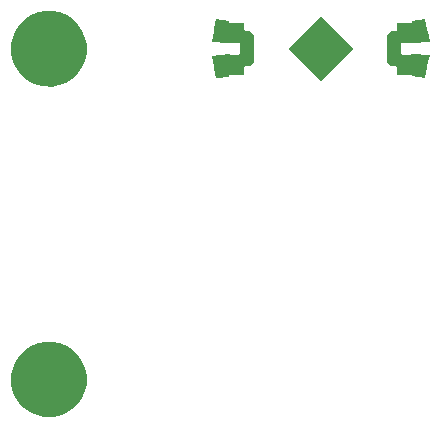
<source format=gbr>
G04 #@! TF.FileFunction,Soldermask,Top*
%FSLAX46Y46*%
G04 Gerber Fmt 4.6, Leading zero omitted, Abs format (unit mm)*
G04 Created by KiCad (PCBNEW 4.0.5+dfsg1-4) date Tue Mar 12 13:04:03 2019*
%MOMM*%
%LPD*%
G01*
G04 APERTURE LIST*
%ADD10C,0.100000*%
G04 APERTURE END LIST*
D10*
G36*
X28336110Y-52802126D02*
X28950845Y-52928313D01*
X29529364Y-53171501D01*
X30049633Y-53522425D01*
X30491825Y-53967715D01*
X30839109Y-54490420D01*
X31078251Y-55070622D01*
X31199971Y-55685355D01*
X31199971Y-55685384D01*
X31200137Y-55686224D01*
X31190128Y-56403007D01*
X31189938Y-56403842D01*
X31189938Y-56403866D01*
X31051099Y-57014969D01*
X30795851Y-57588264D01*
X30434109Y-58101066D01*
X29979651Y-58533840D01*
X29449791Y-58870101D01*
X28864711Y-59097038D01*
X28246691Y-59206011D01*
X27619271Y-59192869D01*
X27006359Y-59058112D01*
X26431294Y-58806871D01*
X25915978Y-58448718D01*
X25480042Y-57997292D01*
X25140093Y-57469794D01*
X24909073Y-56886307D01*
X24795789Y-56269068D01*
X24804551Y-55641569D01*
X24935025Y-55027736D01*
X25182246Y-54450926D01*
X25536792Y-53933124D01*
X25985162Y-53494048D01*
X26510277Y-53150423D01*
X27092134Y-52915338D01*
X27708573Y-52797746D01*
X28336110Y-52802126D01*
X28336110Y-52802126D01*
G37*
G36*
X28336110Y-24802126D02*
X28950845Y-24928313D01*
X29529364Y-25171501D01*
X30049633Y-25522425D01*
X30491825Y-25967715D01*
X30839109Y-26490420D01*
X31078251Y-27070622D01*
X31199971Y-27685355D01*
X31199971Y-27685384D01*
X31200137Y-27686224D01*
X31190128Y-28403007D01*
X31189938Y-28403842D01*
X31189938Y-28403866D01*
X31051099Y-29014969D01*
X30795851Y-29588264D01*
X30434109Y-30101066D01*
X29979651Y-30533840D01*
X29449791Y-30870101D01*
X28864711Y-31097038D01*
X28246691Y-31206011D01*
X27619271Y-31192869D01*
X27006359Y-31058112D01*
X26431294Y-30806871D01*
X25915978Y-30448718D01*
X25480042Y-29997292D01*
X25140093Y-29469794D01*
X24909073Y-28886307D01*
X24795789Y-28269068D01*
X24804551Y-27641569D01*
X24935025Y-27027736D01*
X25182246Y-26450926D01*
X25536792Y-25933124D01*
X25985162Y-25494048D01*
X26510277Y-25150423D01*
X27092134Y-24915338D01*
X27708573Y-24797746D01*
X28336110Y-24802126D01*
X28336110Y-24802126D01*
G37*
G36*
X53757717Y-28000000D02*
X51000000Y-30757717D01*
X48242283Y-28000000D01*
X51000000Y-25242283D01*
X53757717Y-28000000D01*
X53757717Y-28000000D01*
G37*
G36*
X43244492Y-25632664D02*
X43244649Y-25675459D01*
X43249726Y-25710265D01*
X43264298Y-25742279D01*
X43287212Y-25768965D01*
X43316654Y-25788211D01*
X43350292Y-25798492D01*
X43369648Y-25800000D01*
X44550000Y-25800000D01*
X44550000Y-26378991D01*
X44554949Y-26413815D01*
X44569404Y-26445882D01*
X44592220Y-26472652D01*
X44621590Y-26492006D01*
X44655190Y-26502411D01*
X44686329Y-26503477D01*
X44804188Y-26492751D01*
X44920525Y-26504979D01*
X44920550Y-26504987D01*
X44920647Y-26504997D01*
X45032509Y-26539624D01*
X45135516Y-26595319D01*
X45225742Y-26669961D01*
X45299753Y-26760707D01*
X45354728Y-26864100D01*
X45388573Y-26976201D01*
X45400000Y-27092742D01*
X45400000Y-28907414D01*
X45399978Y-28910562D01*
X45399977Y-28910570D01*
X45399942Y-28915635D01*
X45386889Y-29032005D01*
X45351481Y-29143623D01*
X45295068Y-29246238D01*
X45219798Y-29335942D01*
X45128538Y-29409317D01*
X45024764Y-29463568D01*
X44912429Y-29496630D01*
X44912348Y-29496637D01*
X44912319Y-29496646D01*
X44795812Y-29507249D01*
X44688066Y-29495924D01*
X44652915Y-29497205D01*
X44619513Y-29508229D01*
X44590505Y-29528122D01*
X44568187Y-29555309D01*
X44554327Y-29587637D01*
X44550000Y-29620239D01*
X44550000Y-30200000D01*
X43369648Y-30200000D01*
X43334824Y-30204949D01*
X43302757Y-30219404D01*
X43275987Y-30242220D01*
X43256633Y-30271590D01*
X43246228Y-30305190D01*
X43244649Y-30324541D01*
X43244492Y-30367336D01*
X42137616Y-30473916D01*
X42137615Y-30473916D01*
X41980695Y-29682179D01*
X41974304Y-29660471D01*
X41972150Y-29655031D01*
X41947701Y-29521816D01*
X41946672Y-29510517D01*
X41766383Y-28600874D01*
X43251510Y-28457873D01*
X43282314Y-28454907D01*
X43293692Y-28468357D01*
X43322991Y-28487818D01*
X43356552Y-28498347D01*
X43376815Y-28500000D01*
X44075000Y-28500000D01*
X44109824Y-28495051D01*
X44141891Y-28480596D01*
X44168661Y-28457780D01*
X44188015Y-28428410D01*
X44198420Y-28394810D01*
X44200000Y-28375000D01*
X44200000Y-27625000D01*
X44195051Y-27590176D01*
X44180596Y-27558109D01*
X44157780Y-27531339D01*
X44128410Y-27511985D01*
X44094810Y-27501580D01*
X44075000Y-27500000D01*
X43376815Y-27500000D01*
X43341991Y-27504949D01*
X43309924Y-27519404D01*
X43283154Y-27542220D01*
X43281324Y-27544997D01*
X43251510Y-27542126D01*
X43251510Y-27542127D01*
X41766383Y-27399126D01*
X41948469Y-26480414D01*
X41950841Y-26457867D01*
X41950920Y-26452190D01*
X41979035Y-26319921D01*
X41982491Y-26308760D01*
X41998068Y-26230166D01*
X42137616Y-25526084D01*
X43244492Y-25632664D01*
X43244492Y-25632664D01*
G37*
G36*
X60018420Y-26313357D02*
X60025176Y-26335725D01*
X60050312Y-26462676D01*
X60052266Y-26484126D01*
X60233617Y-27399126D01*
X58748490Y-27542127D01*
X58717686Y-27545093D01*
X58706308Y-27531643D01*
X58677009Y-27512182D01*
X58643448Y-27501653D01*
X58623185Y-27500000D01*
X57925000Y-27500000D01*
X57890176Y-27504949D01*
X57858109Y-27519404D01*
X57831339Y-27542220D01*
X57811985Y-27571590D01*
X57801580Y-27605190D01*
X57800000Y-27625000D01*
X57800000Y-28375000D01*
X57804949Y-28409824D01*
X57819404Y-28441891D01*
X57842220Y-28468661D01*
X57871590Y-28488015D01*
X57905190Y-28498420D01*
X57925000Y-28500000D01*
X58623277Y-28500000D01*
X58658101Y-28495051D01*
X58690168Y-28480596D01*
X58716938Y-28457780D01*
X58734254Y-28431503D01*
X58748490Y-28432874D01*
X58748490Y-28432873D01*
X60233617Y-28575874D01*
X60050308Y-29500753D01*
X60048142Y-29521347D01*
X60047995Y-29531861D01*
X60047804Y-29532700D01*
X60047804Y-29532720D01*
X60018156Y-29663218D01*
X60017450Y-29666541D01*
X59862385Y-30448916D01*
X59862384Y-30448916D01*
X58755508Y-30342336D01*
X58755443Y-30324541D01*
X58750366Y-30289735D01*
X58735794Y-30257722D01*
X58712880Y-30231035D01*
X58683438Y-30211789D01*
X58649800Y-30201508D01*
X58630444Y-30200000D01*
X57450000Y-30200000D01*
X57450000Y-29621009D01*
X57445051Y-29586185D01*
X57430596Y-29554118D01*
X57407780Y-29527348D01*
X57378410Y-29507994D01*
X57344810Y-29497589D01*
X57313671Y-29496523D01*
X57195812Y-29507249D01*
X57079475Y-29495021D01*
X57079450Y-29495013D01*
X57079353Y-29495003D01*
X56967491Y-29460376D01*
X56864484Y-29404681D01*
X56774258Y-29330039D01*
X56700247Y-29239293D01*
X56645272Y-29135900D01*
X56611427Y-29023799D01*
X56600000Y-28907258D01*
X56600000Y-27092586D01*
X56600022Y-27089438D01*
X56600023Y-27089430D01*
X56600058Y-27084365D01*
X56613111Y-26967995D01*
X56648519Y-26856377D01*
X56704932Y-26753762D01*
X56780202Y-26664058D01*
X56871462Y-26590683D01*
X56975236Y-26536432D01*
X57087571Y-26503370D01*
X57087652Y-26503363D01*
X57087681Y-26503354D01*
X57204188Y-26492751D01*
X57311934Y-26504076D01*
X57347085Y-26502795D01*
X57380487Y-26491771D01*
X57409495Y-26471878D01*
X57431813Y-26444691D01*
X57445673Y-26412363D01*
X57450000Y-26379761D01*
X57450000Y-25800000D01*
X58630352Y-25800000D01*
X58665176Y-25795051D01*
X58697243Y-25780596D01*
X58724013Y-25757780D01*
X58743367Y-25728410D01*
X58753772Y-25694810D01*
X58755351Y-25675459D01*
X58755508Y-25632664D01*
X59862384Y-25526084D01*
X59862385Y-25526084D01*
X60018420Y-26313357D01*
X60018420Y-26313357D01*
G37*
M02*

</source>
